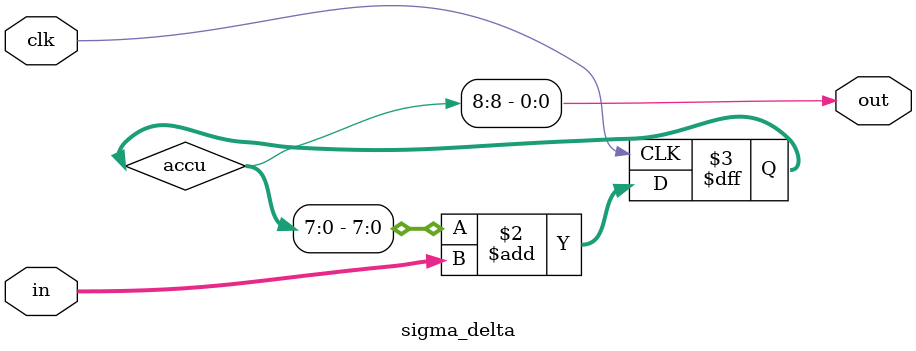
<source format=v>
module sigma_delta(
		   input       clk,
		   input [7:0] in,
		   output      out
		   );

   reg [8:0] 		       accu;
   
   always@(posedge clk)
     begin
	accu<=accu[7:0]+in;
     end
   
   assign out=accu[8]; 
endmodule // sigma_delta

   

</source>
